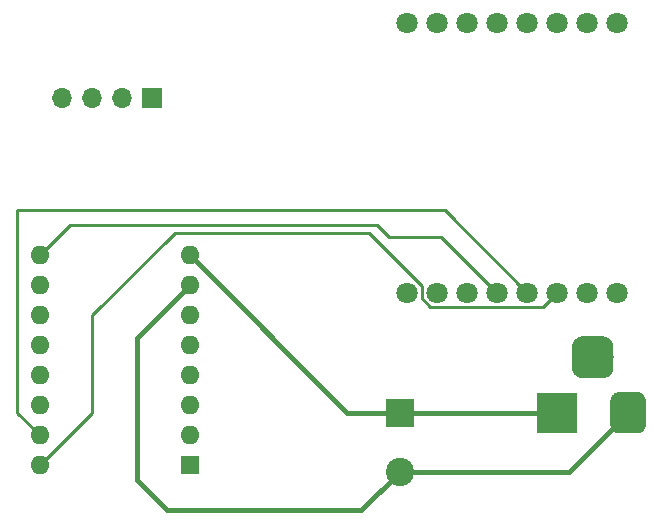
<source format=gbr>
G04 #@! TF.GenerationSoftware,KiCad,Pcbnew,(5.0.0)*
G04 #@! TF.CreationDate,2018-09-27T22:56:36-04:00*
G04 #@! TF.ProjectId,first attempt,666972737420617474656D70742E6B69,rev?*
G04 #@! TF.SameCoordinates,Original*
G04 #@! TF.FileFunction,Copper,L1,Top,Signal*
G04 #@! TF.FilePolarity,Positive*
%FSLAX46Y46*%
G04 Gerber Fmt 4.6, Leading zero omitted, Abs format (unit mm)*
G04 Created by KiCad (PCBNEW (5.0.0)) date 09/27/18 22:56:36*
%MOMM*%
%LPD*%
G01*
G04 APERTURE LIST*
G04 #@! TA.AperFunction,ComponentPad*
%ADD10R,3.500000X3.500000*%
G04 #@! TD*
G04 #@! TA.AperFunction,Conductor*
%ADD11C,0.100000*%
G04 #@! TD*
G04 #@! TA.AperFunction,ComponentPad*
%ADD12C,3.000000*%
G04 #@! TD*
G04 #@! TA.AperFunction,ComponentPad*
%ADD13C,3.500000*%
G04 #@! TD*
G04 #@! TA.AperFunction,ComponentPad*
%ADD14C,1.800000*%
G04 #@! TD*
G04 #@! TA.AperFunction,ComponentPad*
%ADD15R,1.600000X1.600000*%
G04 #@! TD*
G04 #@! TA.AperFunction,ComponentPad*
%ADD16O,1.600000X1.600000*%
G04 #@! TD*
G04 #@! TA.AperFunction,ComponentPad*
%ADD17R,2.400000X2.400000*%
G04 #@! TD*
G04 #@! TA.AperFunction,ComponentPad*
%ADD18C,2.400000*%
G04 #@! TD*
G04 #@! TA.AperFunction,ComponentPad*
%ADD19O,1.700000X1.700000*%
G04 #@! TD*
G04 #@! TA.AperFunction,ComponentPad*
%ADD20R,1.700000X1.700000*%
G04 #@! TD*
G04 #@! TA.AperFunction,Conductor*
%ADD21C,0.250000*%
G04 #@! TD*
G04 #@! TA.AperFunction,Conductor*
%ADD22C,0.400000*%
G04 #@! TD*
G04 APERTURE END LIST*
D10*
G04 #@! TO.P,J1,1*
G04 #@! TO.N,Net-(A1-Pad8)*
X201295000Y-116205000D03*
D11*
G04 #@! TD*
G04 #@! TO.N,Net-(A1-Pad7)*
G04 #@! TO.C,J1*
G36*
X208118513Y-114458611D02*
X208191318Y-114469411D01*
X208262714Y-114487295D01*
X208332013Y-114512090D01*
X208398548Y-114543559D01*
X208461678Y-114581398D01*
X208520795Y-114625242D01*
X208575330Y-114674670D01*
X208624758Y-114729205D01*
X208668602Y-114788322D01*
X208706441Y-114851452D01*
X208737910Y-114917987D01*
X208762705Y-114987286D01*
X208780589Y-115058682D01*
X208791389Y-115131487D01*
X208795000Y-115205000D01*
X208795000Y-117205000D01*
X208791389Y-117278513D01*
X208780589Y-117351318D01*
X208762705Y-117422714D01*
X208737910Y-117492013D01*
X208706441Y-117558548D01*
X208668602Y-117621678D01*
X208624758Y-117680795D01*
X208575330Y-117735330D01*
X208520795Y-117784758D01*
X208461678Y-117828602D01*
X208398548Y-117866441D01*
X208332013Y-117897910D01*
X208262714Y-117922705D01*
X208191318Y-117940589D01*
X208118513Y-117951389D01*
X208045000Y-117955000D01*
X206545000Y-117955000D01*
X206471487Y-117951389D01*
X206398682Y-117940589D01*
X206327286Y-117922705D01*
X206257987Y-117897910D01*
X206191452Y-117866441D01*
X206128322Y-117828602D01*
X206069205Y-117784758D01*
X206014670Y-117735330D01*
X205965242Y-117680795D01*
X205921398Y-117621678D01*
X205883559Y-117558548D01*
X205852090Y-117492013D01*
X205827295Y-117422714D01*
X205809411Y-117351318D01*
X205798611Y-117278513D01*
X205795000Y-117205000D01*
X205795000Y-115205000D01*
X205798611Y-115131487D01*
X205809411Y-115058682D01*
X205827295Y-114987286D01*
X205852090Y-114917987D01*
X205883559Y-114851452D01*
X205921398Y-114788322D01*
X205965242Y-114729205D01*
X206014670Y-114674670D01*
X206069205Y-114625242D01*
X206128322Y-114581398D01*
X206191452Y-114543559D01*
X206257987Y-114512090D01*
X206327286Y-114487295D01*
X206398682Y-114469411D01*
X206471487Y-114458611D01*
X206545000Y-114455000D01*
X208045000Y-114455000D01*
X208118513Y-114458611D01*
X208118513Y-114458611D01*
G37*
D12*
G04 #@! TO.P,J1,2*
G04 #@! TO.N,Net-(A1-Pad7)*
X207295000Y-116205000D03*
D11*
G04 #@! TD*
G04 #@! TO.N,N/C*
G04 #@! TO.C,J1*
G36*
X205255765Y-109759213D02*
X205340704Y-109771813D01*
X205423999Y-109792677D01*
X205504848Y-109821605D01*
X205582472Y-109858319D01*
X205656124Y-109902464D01*
X205725094Y-109953616D01*
X205788718Y-110011282D01*
X205846384Y-110074906D01*
X205897536Y-110143876D01*
X205941681Y-110217528D01*
X205978395Y-110295152D01*
X206007323Y-110376001D01*
X206028187Y-110459296D01*
X206040787Y-110544235D01*
X206045000Y-110630000D01*
X206045000Y-112380000D01*
X206040787Y-112465765D01*
X206028187Y-112550704D01*
X206007323Y-112633999D01*
X205978395Y-112714848D01*
X205941681Y-112792472D01*
X205897536Y-112866124D01*
X205846384Y-112935094D01*
X205788718Y-112998718D01*
X205725094Y-113056384D01*
X205656124Y-113107536D01*
X205582472Y-113151681D01*
X205504848Y-113188395D01*
X205423999Y-113217323D01*
X205340704Y-113238187D01*
X205255765Y-113250787D01*
X205170000Y-113255000D01*
X203420000Y-113255000D01*
X203334235Y-113250787D01*
X203249296Y-113238187D01*
X203166001Y-113217323D01*
X203085152Y-113188395D01*
X203007528Y-113151681D01*
X202933876Y-113107536D01*
X202864906Y-113056384D01*
X202801282Y-112998718D01*
X202743616Y-112935094D01*
X202692464Y-112866124D01*
X202648319Y-112792472D01*
X202611605Y-112714848D01*
X202582677Y-112633999D01*
X202561813Y-112550704D01*
X202549213Y-112465765D01*
X202545000Y-112380000D01*
X202545000Y-110630000D01*
X202549213Y-110544235D01*
X202561813Y-110459296D01*
X202582677Y-110376001D01*
X202611605Y-110295152D01*
X202648319Y-110217528D01*
X202692464Y-110143876D01*
X202743616Y-110074906D01*
X202801282Y-110011282D01*
X202864906Y-109953616D01*
X202933876Y-109902464D01*
X203007528Y-109858319D01*
X203085152Y-109821605D01*
X203166001Y-109792677D01*
X203249296Y-109771813D01*
X203334235Y-109759213D01*
X203420000Y-109755000D01*
X205170000Y-109755000D01*
X205255765Y-109759213D01*
X205255765Y-109759213D01*
G37*
D13*
G04 #@! TO.P,J1,3*
G04 #@! TO.N,N/C*
X204295000Y-111505000D03*
G04 #@! TD*
D14*
G04 #@! TO.P,U1,8*
G04 #@! TO.N,Net-(U1-Pad8)*
X188595000Y-106045000D03*
G04 #@! TO.P,U1,7*
G04 #@! TO.N,Net-(U1-Pad7)*
X191135000Y-106045000D03*
G04 #@! TO.P,U1,6*
G04 #@! TO.N,Net-(U1-Pad6)*
X193675000Y-106045000D03*
G04 #@! TO.P,U1,5*
G04 #@! TO.N,Net-(A1-Pad9)*
X196215000Y-106045000D03*
G04 #@! TO.P,U1,4*
G04 #@! TO.N,Net-(A1-Pad15)*
X198755000Y-106045000D03*
G04 #@! TO.P,U1,3*
G04 #@! TO.N,Net-(A1-Pad16)*
X201295000Y-106045000D03*
G04 #@! TO.P,U1,2*
G04 #@! TO.N,Net-(A1-Pad1)*
X203835000Y-106045000D03*
G04 #@! TO.P,U1,1*
G04 #@! TO.N,Net-(A1-Pad2)*
X206375000Y-106045000D03*
G04 #@! TO.P,U1,16*
G04 #@! TO.N,Net-(U1-Pad16)*
X206375000Y-83185000D03*
G04 #@! TO.P,U1,15*
G04 #@! TO.N,Net-(U1-Pad15)*
X203835000Y-83185000D03*
G04 #@! TO.P,U1,14*
G04 #@! TO.N,Net-(U1-Pad14)*
X201295000Y-83185000D03*
G04 #@! TO.P,U1,13*
G04 #@! TO.N,Net-(U1-Pad13)*
X198755000Y-83185000D03*
G04 #@! TO.P,U1,12*
G04 #@! TO.N,Net-(U1-Pad12)*
X196215000Y-83185000D03*
G04 #@! TO.P,U1,11*
G04 #@! TO.N,Net-(U1-Pad11)*
X193675000Y-83185000D03*
G04 #@! TO.P,U1,10*
G04 #@! TO.N,Net-(U1-Pad10)*
X191135000Y-83185000D03*
G04 #@! TO.P,U1,9*
G04 #@! TO.N,Net-(U1-Pad9)*
X188595000Y-83185000D03*
G04 #@! TD*
D15*
G04 #@! TO.P,A1,1*
G04 #@! TO.N,Net-(A1-Pad1)*
X170180000Y-120650000D03*
D16*
G04 #@! TO.P,A1,9*
G04 #@! TO.N,Net-(A1-Pad9)*
X157480000Y-102870000D03*
G04 #@! TO.P,A1,2*
G04 #@! TO.N,Net-(A1-Pad2)*
X170180000Y-118110000D03*
G04 #@! TO.P,A1,10*
G04 #@! TO.N,Net-(A1-Pad10)*
X157480000Y-105410000D03*
G04 #@! TO.P,A1,3*
G04 #@! TO.N,Net-(A1-Pad3)*
X170180000Y-115570000D03*
G04 #@! TO.P,A1,11*
G04 #@! TO.N,Net-(A1-Pad11)*
X157480000Y-107950000D03*
G04 #@! TO.P,A1,4*
G04 #@! TO.N,Net-(A1-Pad4)*
X170180000Y-113030000D03*
G04 #@! TO.P,A1,12*
G04 #@! TO.N,Net-(A1-Pad12)*
X157480000Y-110490000D03*
G04 #@! TO.P,A1,5*
G04 #@! TO.N,Net-(A1-Pad5)*
X170180000Y-110490000D03*
G04 #@! TO.P,A1,13*
G04 #@! TO.N,Net-(A1-Pad13)*
X157480000Y-113030000D03*
G04 #@! TO.P,A1,6*
G04 #@! TO.N,Net-(A1-Pad6)*
X170180000Y-107950000D03*
G04 #@! TO.P,A1,14*
G04 #@! TO.N,Net-(A1-Pad13)*
X157480000Y-115570000D03*
G04 #@! TO.P,A1,7*
G04 #@! TO.N,Net-(A1-Pad7)*
X170180000Y-105410000D03*
G04 #@! TO.P,A1,15*
G04 #@! TO.N,Net-(A1-Pad15)*
X157480000Y-118110000D03*
G04 #@! TO.P,A1,8*
G04 #@! TO.N,Net-(A1-Pad8)*
X170180000Y-102870000D03*
G04 #@! TO.P,A1,16*
G04 #@! TO.N,Net-(A1-Pad16)*
X157480000Y-120650000D03*
G04 #@! TD*
D17*
G04 #@! TO.P,C1,1*
G04 #@! TO.N,Net-(A1-Pad8)*
X187960000Y-116205000D03*
D18*
G04 #@! TO.P,C1,2*
G04 #@! TO.N,Net-(A1-Pad7)*
X187960000Y-121205000D03*
G04 #@! TD*
D19*
G04 #@! TO.P,J2,4*
G04 #@! TO.N,Net-(A1-Pad3)*
X159385000Y-89535000D03*
G04 #@! TO.P,J2,3*
G04 #@! TO.N,Net-(A1-Pad4)*
X161925000Y-89535000D03*
G04 #@! TO.P,J2,2*
G04 #@! TO.N,Net-(A1-Pad5)*
X164465000Y-89535000D03*
D20*
G04 #@! TO.P,J2,1*
G04 #@! TO.N,Net-(A1-Pad6)*
X167005000Y-89535000D03*
G04 #@! TD*
D21*
G04 #@! TO.N,Net-(A1-Pad9)*
X191464990Y-101294990D02*
X187019990Y-101294990D01*
X196215000Y-106045000D02*
X191464990Y-101294990D01*
X187019990Y-101294990D02*
X186055000Y-100330000D01*
X160020000Y-100330000D02*
X157480000Y-102870000D01*
X186055000Y-100330000D02*
X160020000Y-100330000D01*
D22*
G04 #@! TO.N,Net-(A1-Pad7)*
X202295000Y-121205000D02*
X187960000Y-121205000D01*
X207295000Y-116205000D02*
X202295000Y-121205000D01*
X184705000Y-124460000D02*
X168275000Y-124460000D01*
X187960000Y-121205000D02*
X184705000Y-124460000D01*
X169380001Y-106209999D02*
X170180000Y-105410000D01*
X165735000Y-109855000D02*
X169380001Y-106209999D01*
X165735000Y-121920000D02*
X165735000Y-109855000D01*
X168275000Y-124460000D02*
X165735000Y-121920000D01*
D21*
G04 #@! TO.N,Net-(A1-Pad15)*
X191770000Y-99060000D02*
X155575000Y-99060000D01*
X198755000Y-106045000D02*
X191770000Y-99060000D01*
X155575000Y-116205000D02*
X157480000Y-118110000D01*
X155575000Y-99060000D02*
X155575000Y-116205000D01*
D22*
G04 #@! TO.N,Net-(A1-Pad8)*
X201295000Y-116205000D02*
X187960000Y-116205000D01*
X183515000Y-116205000D02*
X170180000Y-102870000D01*
X187960000Y-116205000D02*
X183515000Y-116205000D01*
D21*
G04 #@! TO.N,Net-(A1-Pad16)*
X158605001Y-119524999D02*
X158279999Y-119850001D01*
X200069999Y-107270001D02*
X190546999Y-107270001D01*
X201295000Y-106045000D02*
X200069999Y-107270001D01*
X190546999Y-107270001D02*
X189820001Y-106543003D01*
X189820001Y-106543003D02*
X189820001Y-105456999D01*
X158279999Y-119850001D02*
X157480000Y-120650000D01*
X189820001Y-105456999D02*
X185328002Y-100965000D01*
X185328002Y-100965000D02*
X168910000Y-100965000D01*
X158605001Y-119524999D02*
X161925000Y-116205000D01*
X161925000Y-116205000D02*
X161925000Y-107950000D01*
X161925000Y-107950000D02*
X168910000Y-100965000D01*
G04 #@! TD*
M02*

</source>
